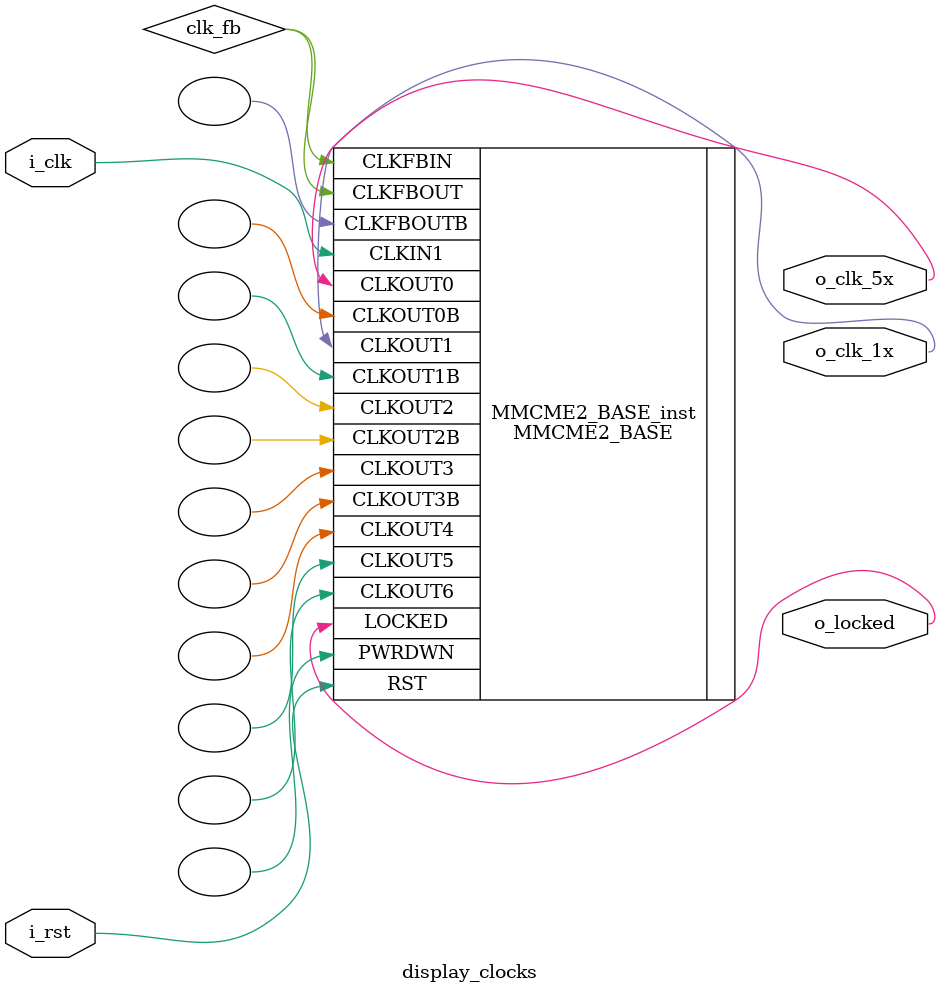
<source format=v>
`timescale 1ns / 1ps
`default_nettype none


// Defaults to 25.2 and 126 MHz for 640x480 at 60 Hz

module display_clocks (
    input  wire i_clk,      // input clock
    input  wire i_rst,      // reset (active high)
    output wire o_clk_1x,   // pixel clock
    output wire o_clk_5x,   // 5x clock for 10:1 DDR SerDes
    output wire o_locked    // clock locked? (active high)
    );

    parameter MULT_MASTER=31.5;     // master clock multiplier (2.000-64.000)
    parameter DIV_MASTER=5;         // master clock divider (1-106)
    parameter DIV_5X=5.0;           // 5x clock divider (1-128)
    parameter DIV_1X=25;            // 1x clock divider (1-128)
    parameter IN_PERIOD=10.0;       // period of i_clk in ns (100 MHz = 10.0 ns)

    wire clk_fb;  // internal clock feedback

    MMCME2_BASE #(
        .BANDWIDTH("OPTIMIZED"),        // Jitter programming (OPTIMIZED, HIGH, LOW)
        .CLKFBOUT_MULT_F(MULT_MASTER),  // Multiply value for all CLKOUT (2.000-64.000).
        .CLKFBOUT_PHASE(0.0),           // Phase offset in degrees of CLKFB (-360.000-360.000).
        .CLKIN1_PERIOD(IN_PERIOD),      // Input clock period in ns to ps resolution (i.e. 33.333 is 30 MHz).
        // CLKOUT0_DIVIDE - CLKOUT6_DIVIDE: Divide amount for each CLKOUT (1-128)
        .CLKOUT0_DIVIDE_F(DIV_5X),      // Divide amount for CLKOUT0 (1.000-128.000).
        .CLKOUT1_DIVIDE(DIV_1X),
        .CLKOUT2_DIVIDE(1),
        .CLKOUT3_DIVIDE(1),
        .CLKOUT4_DIVIDE(1),
        .CLKOUT5_DIVIDE(1),
        .CLKOUT6_DIVIDE(1),
        // CLKOUT0_DUTY_CYCLE - CLKOUT6_DUTY_CYCLE: Duty cycle for each CLKOUT (0.01-0.99).
        .CLKOUT0_DUTY_CYCLE(0.5),
        .CLKOUT1_DUTY_CYCLE(0.5),
        .CLKOUT2_DUTY_CYCLE(0.5),
        .CLKOUT3_DUTY_CYCLE(0.5),
        .CLKOUT4_DUTY_CYCLE(0.5),
        .CLKOUT5_DUTY_CYCLE(0.5),
        .CLKOUT6_DUTY_CYCLE(0.5),
        // CLKOUT0_PHASE - CLKOUT6_PHASE: Phase offset for each CLKOUT (-360.000-360.000).
        .CLKOUT0_PHASE(0.0),
        .CLKOUT1_PHASE(0.0),
        .CLKOUT2_PHASE(0.0),
        .CLKOUT3_PHASE(0.0),
        .CLKOUT4_PHASE(0.0),
        .CLKOUT5_PHASE(0.0),
        .CLKOUT6_PHASE(0.0),
        .CLKOUT4_CASCADE("FALSE"),      // Cascade CLKOUT4 counter with CLKOUT6 (FALSE, TRUE)
        .DIVCLK_DIVIDE(DIV_MASTER),     // Master division value (1-106)
        .REF_JITTER1(0.010),            // Reference input jitter in UI (0.000-0.999).
        .STARTUP_WAIT("FALSE")          // Delays DONE until MMCM is locked (FALSE, TRUE)
    )
    MMCME2_BASE_inst (
        /* verilator lint_off PINCONNECTEMPTY */
        // Clock Outputs: 1-bit (each) output: User configurable clock outputs
        .CLKOUT0(o_clk_5x),             // 1-bit output: CLKOUT0
        .CLKOUT0B(),                    // 1-bit output: Inverted CLKOUT0
        .CLKOUT1(o_clk_1x),             // 1-bit output: CLKOUT1
        .CLKOUT1B(),                    // 1-bit output: Inverted CLKOUT1
        .CLKOUT2(),                     // 1-bit output: CLKOUT2
        .CLKOUT2B(),                    // 1-bit output: Inverted CLKOUT2
        .CLKOUT3(),                     // 1-bit output: CLKOUT3
        .CLKOUT3B(),                    // 1-bit output: Inverted CLKOUT3
        .CLKOUT4(),                     // 1-bit output: CLKOUT4
        .CLKOUT5(),                     // 1-bit output: CLKOUT5
        .CLKOUT6(),                     // 1-bit output: CLKOUT6
        // Feedback Clocks: 1-bit (each) output: Clock feedback ports
        .CLKFBOUT(clk_fb),              // 1-bit output: Feedback clock
        .CLKFBOUTB(),                   // 1-bit output: Inverted CLKFBOUT
        // Status Ports: 1-bit (each) output: MMCM status ports
        .LOCKED(o_locked),              // 1-bit output: LOCK
        // Clock Inputs: 1-bit (each) input: Clock input
        .CLKIN1(i_clk),                 // 1-bit input: Clock
        // Control Ports: 1-bit (each) input: MMCM control ports
        .PWRDWN(),                      // 1-bit input: Power-down
        /* verilator lint_on PINCONNECTEMPTY */
        .RST(i_rst),                    // 1-bit input: Reset
        // Feedback Clocks: 1-bit (each) input: Clock feedback ports
        .CLKFBIN(clk_fb)                // 1-bit input: Feedback clock
    );

endmodule

</source>
